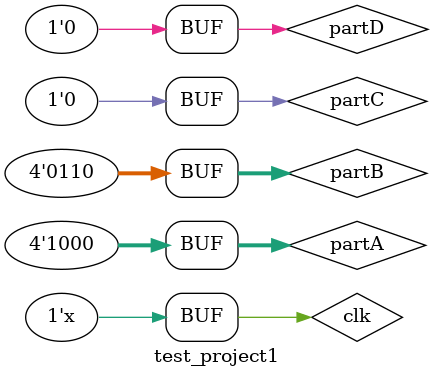
<source format=v>
`timescale 1ns / 1ps


module test_project1;

	// Inputs
	reg clk;
	reg [3:0] partA;
	reg [3:0] partB;
	reg partC;
	reg partD;
	
	// Outputs
	wire [3:0] partE;

	// Instantiate the Unit Under Test (UUT)
	project1 uut (
		.clk(clk), 
		.partA(partA), 
		.partB(partB), 
		.partC(partC),
		.partD(partD), 		
		.partE(partE)
	);

	initial begin
		// Initialize Inputs
		clk = 0;
		partD = 0;
		partA = 0;
		partB = 0;
		partC = 0;

		#100;
		partA = 4'b0001;
		partB = 4'b1010;
		partC = 1;
		
		#50;
		partC = 0;
 
		#100;
		partA = 4'b0010;
		partB = 4'b0101;
		partC = 1;
		
		#50;
		partC = 0;

		#100;
		partA = 4'b0100;
		partB = 4'b1110;
		partC = 1;
		
		#50;
		partC = 0;

		#100;
		partA = 4'b1000;
		partB = 4'b0110;
		partC = 1;
		
		#50;
		partC = 0;
		
		#100;
		partD = 1;
		
		#50;
		partD = 0;
		
		#4000;
		// Add stimulus here

	end
	
	always 
	#5 clk = ~clk;
      
endmodule


</source>
